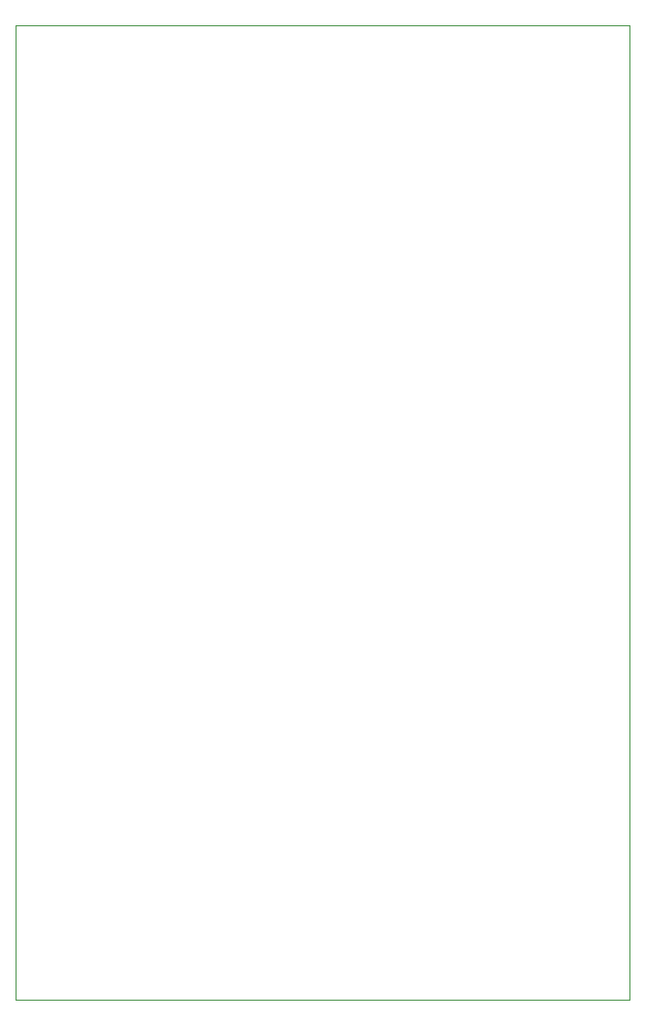
<source format=gbr>
%TF.GenerationSoftware,KiCad,Pcbnew,8.0.2*%
%TF.CreationDate,2024-05-16T13:39:08+01:00*%
%TF.ProjectId,test,74657374-2e6b-4696-9361-645f70636258,rev?*%
%TF.SameCoordinates,Original*%
%TF.FileFunction,Profile,NP*%
%FSLAX46Y46*%
G04 Gerber Fmt 4.6, Leading zero omitted, Abs format (unit mm)*
G04 Created by KiCad (PCBNEW 8.0.2) date 2024-05-16 13:39:08*
%MOMM*%
%LPD*%
G01*
G04 APERTURE LIST*
%TA.AperFunction,Profile*%
%ADD10C,0.050000*%
%TD*%
G04 APERTURE END LIST*
D10*
X47500000Y-16000000D02*
X101000000Y-16000000D01*
X101000000Y-100835000D01*
X47500000Y-100835000D01*
X47500000Y-16000000D01*
M02*

</source>
